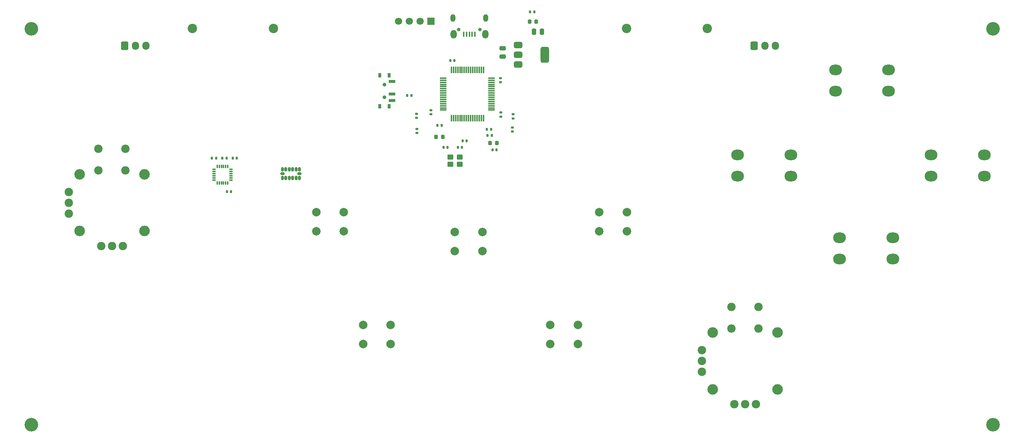
<source format=gts>
%TF.GenerationSoftware,KiCad,Pcbnew,9.0.7*%
%TF.CreationDate,2026-01-18T23:39:19-08:00*%
%TF.ProjectId,STM32_HID_controller,53544d33-325f-4484-9944-5f636f6e7472,rev?*%
%TF.SameCoordinates,Original*%
%TF.FileFunction,Soldermask,Top*%
%TF.FilePolarity,Negative*%
%FSLAX46Y46*%
G04 Gerber Fmt 4.6, Leading zero omitted, Abs format (unit mm)*
G04 Created by KiCad (PCBNEW 9.0.7) date 2026-01-18 23:39:19*
%MOMM*%
%LPD*%
G01*
G04 APERTURE LIST*
G04 Aperture macros list*
%AMRoundRect*
0 Rectangle with rounded corners*
0 $1 Rounding radius*
0 $2 $3 $4 $5 $6 $7 $8 $9 X,Y pos of 4 corners*
0 Add a 4 corners polygon primitive as box body*
4,1,4,$2,$3,$4,$5,$6,$7,$8,$9,$2,$3,0*
0 Add four circle primitives for the rounded corners*
1,1,$1+$1,$2,$3*
1,1,$1+$1,$4,$5*
1,1,$1+$1,$6,$7*
1,1,$1+$1,$8,$9*
0 Add four rect primitives between the rounded corners*
20,1,$1+$1,$2,$3,$4,$5,0*
20,1,$1+$1,$4,$5,$6,$7,0*
20,1,$1+$1,$6,$7,$8,$9,0*
20,1,$1+$1,$8,$9,$2,$3,0*%
G04 Aperture macros list end*
%ADD10RoundRect,0.075000X-0.350000X-0.075000X0.350000X-0.075000X0.350000X0.075000X-0.350000X0.075000X0*%
%ADD11RoundRect,0.075000X0.075000X-0.350000X0.075000X0.350000X-0.075000X0.350000X-0.075000X-0.350000X0*%
%ADD12RoundRect,0.135000X0.135000X0.185000X-0.135000X0.185000X-0.135000X-0.185000X0.135000X-0.185000X0*%
%ADD13RoundRect,0.135000X-0.135000X-0.185000X0.135000X-0.185000X0.135000X0.185000X-0.135000X0.185000X0*%
%ADD14RoundRect,0.140000X-0.140000X-0.170000X0.140000X-0.170000X0.140000X0.170000X-0.140000X0.170000X0*%
%ADD15C,2.200000*%
%ADD16C,3.200000*%
%ADD17O,1.150000X1.800000*%
%ADD18O,1.450000X2.000000*%
%ADD19R,0.450000X1.300000*%
%ADD20O,0.800000X0.800000*%
%ADD21R,1.500000X0.700000*%
%ADD22R,0.800000X1.000000*%
%ADD23C,0.900000*%
%ADD24RoundRect,0.075000X0.700000X-0.075000X0.700000X0.075000X-0.700000X0.075000X-0.700000X-0.075000X0*%
%ADD25RoundRect,0.075000X0.075000X-0.700000X0.075000X0.700000X-0.075000X0.700000X-0.075000X-0.700000X0*%
%ADD26C,1.982000*%
%ADD27C,2.490000*%
%ADD28RoundRect,0.140000X0.170000X-0.140000X0.170000X0.140000X-0.170000X0.140000X-0.170000X-0.140000X0*%
%ADD29RoundRect,0.140000X0.140000X0.170000X-0.140000X0.170000X-0.140000X-0.170000X0.140000X-0.170000X0*%
%ADD30RoundRect,0.140000X-0.170000X0.140000X-0.170000X-0.140000X0.170000X-0.140000X0.170000X0.140000X0*%
%ADD31RoundRect,0.250000X-0.600000X-0.725000X0.600000X-0.725000X0.600000X0.725000X-0.600000X0.725000X0*%
%ADD32O,1.700000X1.950000*%
%ADD33RoundRect,0.375000X-0.625000X-0.375000X0.625000X-0.375000X0.625000X0.375000X-0.625000X0.375000X0*%
%ADD34RoundRect,0.500000X-0.500000X-1.400000X0.500000X-1.400000X0.500000X1.400000X-0.500000X1.400000X0*%
%ADD35C,2.000000*%
%ADD36RoundRect,0.250000X0.475000X-0.250000X0.475000X0.250000X-0.475000X0.250000X-0.475000X-0.250000X0*%
%ADD37RoundRect,0.150000X0.150000X-0.325000X0.150000X0.325000X-0.150000X0.325000X-0.150000X-0.325000X0*%
%ADD38RoundRect,0.150000X0.325000X-0.150000X0.325000X0.150000X-0.325000X0.150000X-0.325000X-0.150000X0*%
%ADD39O,3.000000X2.500000*%
%ADD40RoundRect,0.218750X-0.218750X-0.256250X0.218750X-0.256250X0.218750X0.256250X-0.218750X0.256250X0*%
%ADD41RoundRect,0.225000X0.225000X0.250000X-0.225000X0.250000X-0.225000X-0.250000X0.225000X-0.250000X0*%
%ADD42RoundRect,0.250000X-0.450000X-0.350000X0.450000X-0.350000X0.450000X0.350000X-0.450000X0.350000X0*%
%ADD43R,1.700000X1.700000*%
%ADD44C,1.700000*%
%ADD45RoundRect,0.250000X0.250000X0.475000X-0.250000X0.475000X-0.250000X-0.475000X0.250000X-0.475000X0*%
G04 APERTURE END LIST*
D10*
%TO.C,U7*%
X94100000Y-55100000D03*
X94100000Y-55600000D03*
X94100000Y-56100000D03*
X94100000Y-56600000D03*
X94100000Y-57100000D03*
X94100000Y-57600000D03*
D11*
X94800000Y-58300000D03*
X95300000Y-58300000D03*
X95800000Y-58300000D03*
X96300000Y-58300000D03*
X96800000Y-58300000D03*
X97300000Y-58300000D03*
D10*
X98000000Y-57600000D03*
X98000000Y-57100000D03*
X98000000Y-56600000D03*
X98000000Y-56100000D03*
X98000000Y-55600000D03*
X98000000Y-55100000D03*
D11*
X97300000Y-54400000D03*
X96800000Y-54400000D03*
X96300000Y-54400000D03*
X95800000Y-54400000D03*
X95300000Y-54400000D03*
X94800000Y-54400000D03*
%TD*%
D12*
%TO.C,R4*%
X97000000Y-52450000D03*
X95980000Y-52450000D03*
%TD*%
D13*
%TO.C,R3*%
X93590000Y-52450000D03*
X94610000Y-52450000D03*
%TD*%
D14*
%TO.C,C19*%
X98440000Y-52450000D03*
X99400000Y-52450000D03*
%TD*%
D15*
%TO.C,H1*%
X210000000Y-22000000D03*
%TD*%
D16*
%TO.C,H2*%
X51100000Y-115100000D03*
%TD*%
D15*
%TO.C,H3*%
X89000000Y-22000000D03*
%TD*%
D16*
%TO.C,H4*%
X51100000Y-22100000D03*
%TD*%
%TO.C,H5*%
X277100000Y-22100000D03*
%TD*%
%TO.C,H6*%
X277100000Y-115100000D03*
%TD*%
D15*
%TO.C,H7*%
X108000000Y-22000000D03*
%TD*%
%TO.C,H8*%
X191000000Y-22000000D03*
%TD*%
D17*
%TO.C,J1*%
X150180000Y-19505000D03*
D18*
X150330000Y-23305000D03*
X157780000Y-23305000D03*
D17*
X157930000Y-19505000D03*
D19*
X152755000Y-23355000D03*
X153405000Y-23355000D03*
X154055000Y-23355000D03*
X154705000Y-23355000D03*
X155355000Y-23355000D03*
D20*
X151555000Y-22255000D03*
X156555000Y-22255000D03*
%TD*%
D21*
%TO.C,SW1*%
X135855000Y-38900000D03*
X135855000Y-37400000D03*
X135855000Y-34400000D03*
D22*
X132995000Y-40300000D03*
X135205000Y-40300000D03*
D23*
X134095000Y-38150000D03*
X134095000Y-35150000D03*
D22*
X132995000Y-33000000D03*
X135205000Y-33000000D03*
%TD*%
D24*
%TO.C,U1*%
X147925000Y-41150000D03*
X147925000Y-40650000D03*
X147925000Y-40150000D03*
X147925000Y-39650000D03*
X147925000Y-39150000D03*
X147925000Y-38650000D03*
X147925000Y-38150000D03*
X147925000Y-37650000D03*
X147925000Y-37150000D03*
X147925000Y-36650000D03*
X147925000Y-36150000D03*
X147925000Y-35650000D03*
X147925000Y-35150000D03*
X147925000Y-34650000D03*
X147925000Y-34150000D03*
X147925000Y-33650000D03*
D25*
X149850000Y-31725000D03*
X150350000Y-31725000D03*
X150850000Y-31725000D03*
X151350000Y-31725000D03*
X151850000Y-31725000D03*
X152350000Y-31725000D03*
X152850000Y-31725000D03*
X153350000Y-31725000D03*
X153850000Y-31725000D03*
X154350000Y-31725000D03*
X154850000Y-31725000D03*
X155350000Y-31725000D03*
X155850000Y-31725000D03*
X156350000Y-31725000D03*
X156850000Y-31725000D03*
X157350000Y-31725000D03*
D24*
X159275000Y-33650000D03*
X159275000Y-34150000D03*
X159275000Y-34650000D03*
X159275000Y-35150000D03*
X159275000Y-35650000D03*
X159275000Y-36150000D03*
X159275000Y-36650000D03*
X159275000Y-37150000D03*
X159275000Y-37650000D03*
X159275000Y-38150000D03*
X159275000Y-38650000D03*
X159275000Y-39150000D03*
X159275000Y-39650000D03*
X159275000Y-40150000D03*
X159275000Y-40650000D03*
X159275000Y-41150000D03*
D25*
X157350000Y-43075000D03*
X156850000Y-43075000D03*
X156350000Y-43075000D03*
X155850000Y-43075000D03*
X155350000Y-43075000D03*
X154850000Y-43075000D03*
X154350000Y-43075000D03*
X153850000Y-43075000D03*
X153350000Y-43075000D03*
X152850000Y-43075000D03*
X152350000Y-43075000D03*
X151850000Y-43075000D03*
X151350000Y-43075000D03*
X150850000Y-43075000D03*
X150350000Y-43075000D03*
X149850000Y-43075000D03*
%TD*%
D26*
%TO.C,U4*%
X208665000Y-102660000D03*
X208665000Y-100120000D03*
X208665000Y-97580000D03*
D27*
X226445000Y-93452500D03*
X226445000Y-106787500D03*
X211205000Y-106787500D03*
X211205000Y-93452500D03*
D26*
X221365000Y-110280000D03*
X218825000Y-110280000D03*
X216285000Y-110280000D03*
X222000000Y-92500000D03*
X215650000Y-92500000D03*
X222000000Y-87420000D03*
X215650000Y-87420000D03*
%TD*%
%TO.C,U5*%
X59915000Y-65460000D03*
X59915000Y-62920000D03*
X59915000Y-60380000D03*
D27*
X77695000Y-56252500D03*
X77695000Y-69587500D03*
X62455000Y-69587500D03*
X62455000Y-56252500D03*
D26*
X72615000Y-73080000D03*
X70075000Y-73080000D03*
X67535000Y-73080000D03*
X73250000Y-55300000D03*
X66900000Y-55300000D03*
X73250000Y-50220000D03*
X66900000Y-50220000D03*
%TD*%
D28*
%TO.C,C1*%
X145000000Y-42130000D03*
X145000000Y-41170000D03*
%TD*%
D29*
%TO.C,C9*%
X160480000Y-50500000D03*
X159520000Y-50500000D03*
%TD*%
D30*
%TO.C,C15*%
X141700000Y-45600000D03*
X141700000Y-46560000D03*
%TD*%
D31*
%TO.C,J3*%
X221000000Y-26000000D03*
D32*
X223500000Y-26000000D03*
X226000000Y-26000000D03*
%TD*%
D33*
%TO.C,U2*%
X165500000Y-25850000D03*
X165500000Y-28150000D03*
D34*
X171800000Y-28150000D03*
D33*
X165500000Y-30450000D03*
%TD*%
D35*
%TO.C,SW10*%
X184580000Y-65172500D03*
X191080000Y-65172500D03*
X184580000Y-69672500D03*
X191080000Y-69672500D03*
%TD*%
D14*
%TO.C,C12*%
X151349000Y-49928435D03*
X152309000Y-49928435D03*
%TD*%
D30*
%TO.C,C3*%
X161350000Y-33670000D03*
X161350000Y-34630000D03*
%TD*%
D35*
%TO.C,SW14*%
X150600000Y-69800000D03*
X157100000Y-69800000D03*
X150600000Y-74300000D03*
X157100000Y-74300000D03*
%TD*%
D14*
%TO.C,C2*%
X149585000Y-29487500D03*
X150545000Y-29487500D03*
%TD*%
D36*
%TO.C,C14*%
X161850000Y-28550000D03*
X161850000Y-26650000D03*
%TD*%
D31*
%TO.C,J5*%
X73080000Y-26000000D03*
D32*
X75580000Y-26000000D03*
X78080000Y-26000000D03*
%TD*%
D37*
%TO.C,U6*%
X110150000Y-57072500D03*
X110950000Y-57072500D03*
X111750000Y-57072500D03*
X112550000Y-57072500D03*
X113350000Y-57072500D03*
X114150000Y-57072500D03*
D38*
X114150000Y-56072500D03*
D37*
X114150000Y-55072500D03*
X113350000Y-55072500D03*
X112550000Y-55072500D03*
X111750000Y-55072500D03*
X110950000Y-55072500D03*
X110150000Y-55072500D03*
D38*
X110150000Y-56072500D03*
%TD*%
D39*
%TO.C,SW9*%
X217080000Y-51672500D03*
X229580000Y-51672500D03*
X217080000Y-56672500D03*
X229580000Y-56672500D03*
%TD*%
D29*
%TO.C,C11*%
X148930000Y-49900000D03*
X147970000Y-49900000D03*
%TD*%
D13*
%TO.C,R2*%
X168340000Y-18050000D03*
X169360000Y-18050000D03*
%TD*%
D14*
%TO.C,C10*%
X152470000Y-48400000D03*
X153430000Y-48400000D03*
%TD*%
D40*
%TO.C,D1*%
X168212500Y-20400000D03*
X169787500Y-20400000D03*
%TD*%
D41*
%TO.C,C6*%
X147800000Y-47437500D03*
X146250000Y-47437500D03*
%TD*%
D29*
%TO.C,C5*%
X147530000Y-44750000D03*
X146570000Y-44750000D03*
%TD*%
D42*
%TO.C,Y1*%
X149599000Y-53878435D03*
X151799000Y-53878435D03*
X151799000Y-52178435D03*
X149599000Y-52178435D03*
%TD*%
D39*
%TO.C,SW6*%
X262580000Y-51672500D03*
X275080000Y-51672500D03*
X262580000Y-56672500D03*
X275080000Y-56672500D03*
%TD*%
D35*
%TO.C,SW3*%
X129080000Y-91672500D03*
X135580000Y-91672500D03*
X129080000Y-96172500D03*
X135580000Y-96172500D03*
%TD*%
D29*
%TO.C,C7*%
X159150000Y-45650000D03*
X158190000Y-45650000D03*
%TD*%
D28*
%TO.C,C16*%
X141650000Y-42980000D03*
X141650000Y-42020000D03*
%TD*%
D39*
%TO.C,SW8*%
X240080000Y-31672500D03*
X252580000Y-31672500D03*
X240080000Y-36672500D03*
X252580000Y-36672500D03*
%TD*%
D43*
%TO.C,J2*%
X145060000Y-20250000D03*
D44*
X142520000Y-20250000D03*
X139980000Y-20250000D03*
X137440000Y-20250000D03*
%TD*%
D28*
%TO.C,C18*%
X164350000Y-43110000D03*
X164350000Y-42150000D03*
%TD*%
D45*
%TO.C,C13*%
X171150000Y-22750000D03*
X169250000Y-22750000D03*
%TD*%
D35*
%TO.C,SW11*%
X118080000Y-65172500D03*
X124580000Y-65172500D03*
X118080000Y-69672500D03*
X124580000Y-69672500D03*
%TD*%
%TO.C,SW2*%
X173080000Y-91672500D03*
X179580000Y-91672500D03*
X173080000Y-96172500D03*
X179580000Y-96172500D03*
%TD*%
D30*
%TO.C,C4*%
X161450000Y-41740000D03*
X161450000Y-42700000D03*
%TD*%
D14*
%TO.C,C8*%
X158348260Y-47150000D03*
X159308260Y-47150000D03*
%TD*%
D39*
%TO.C,SW7*%
X241080000Y-71172500D03*
X253580000Y-71172500D03*
X241080000Y-76172500D03*
X253580000Y-76172500D03*
%TD*%
D40*
%TO.C,FB1*%
X158940760Y-48900000D03*
X160515760Y-48900000D03*
%TD*%
D30*
%TO.C,C17*%
X164150000Y-45220000D03*
X164150000Y-46180000D03*
%TD*%
D13*
%TO.C,R1*%
X139415000Y-37700000D03*
X140435000Y-37700000D03*
%TD*%
D14*
%TO.C,C20*%
X97090000Y-60350000D03*
X98050000Y-60350000D03*
%TD*%
M02*

</source>
